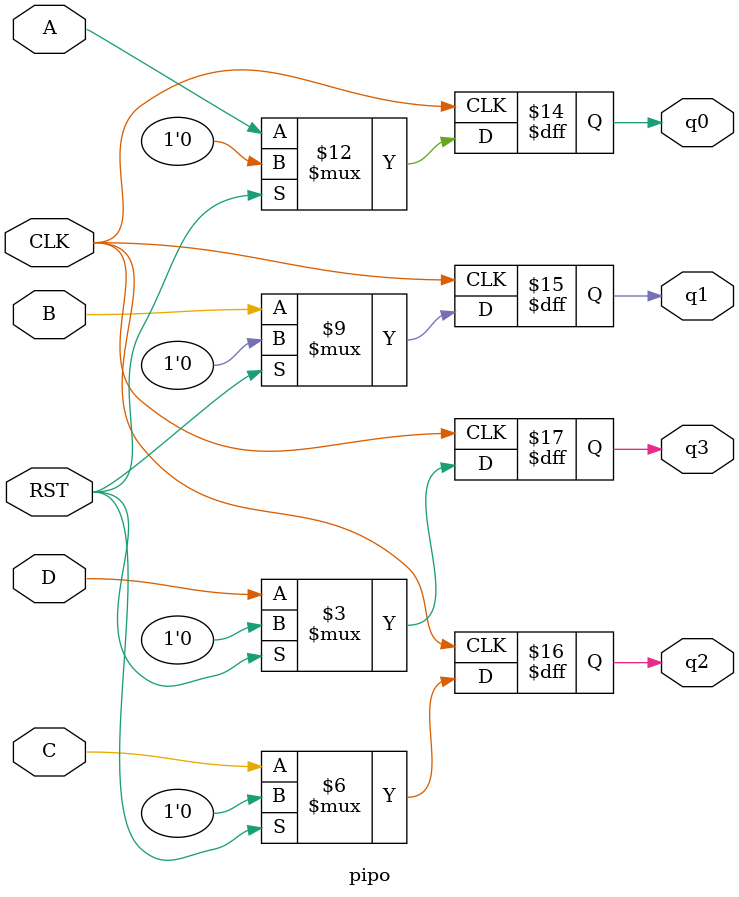
<source format=v>
module pipo(input A,B,C,D,CLK,RST,output reg q0,q1,q2,q3);
always @(posedge CLK)begin 

if(RST)begin
q0<=0;
q1<=0;
q2<=0;
q3<=0;
end

else begin
q0<=A;
q1<=B;
q2<=C;
q3<=D;
end

end
endmodule
</source>
